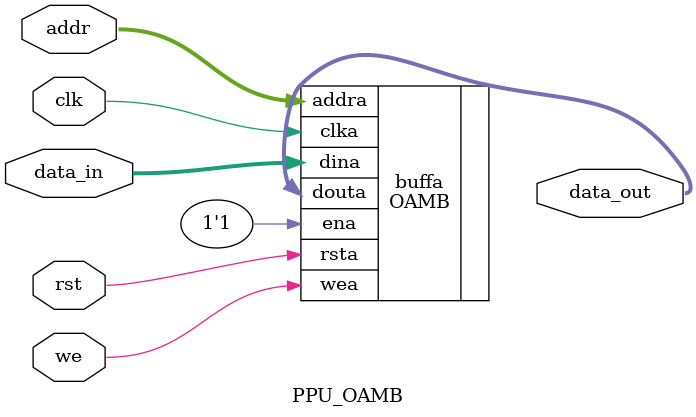
<source format=v>
`timescale 1ns / 1ps

module PPU_OAMB(
	input clk,
	input rst,
	
	input we,
	input [4:0] addr,
	input [7:0] data_in,
	
	output [7:0] data_out
);


OAMB buffa(
  .clka(clk), // input clka
  .rsta(rst), // input rsta
  .ena(1'b1), // input ena
  .wea(we), // input [0 : 0] wea
  .addra(addr), // input [4 : 0] addra
  .dina(data_in), // input [7 : 0] dina
  .douta(data_out) // output [7 : 0] douta
);




endmodule

</source>
